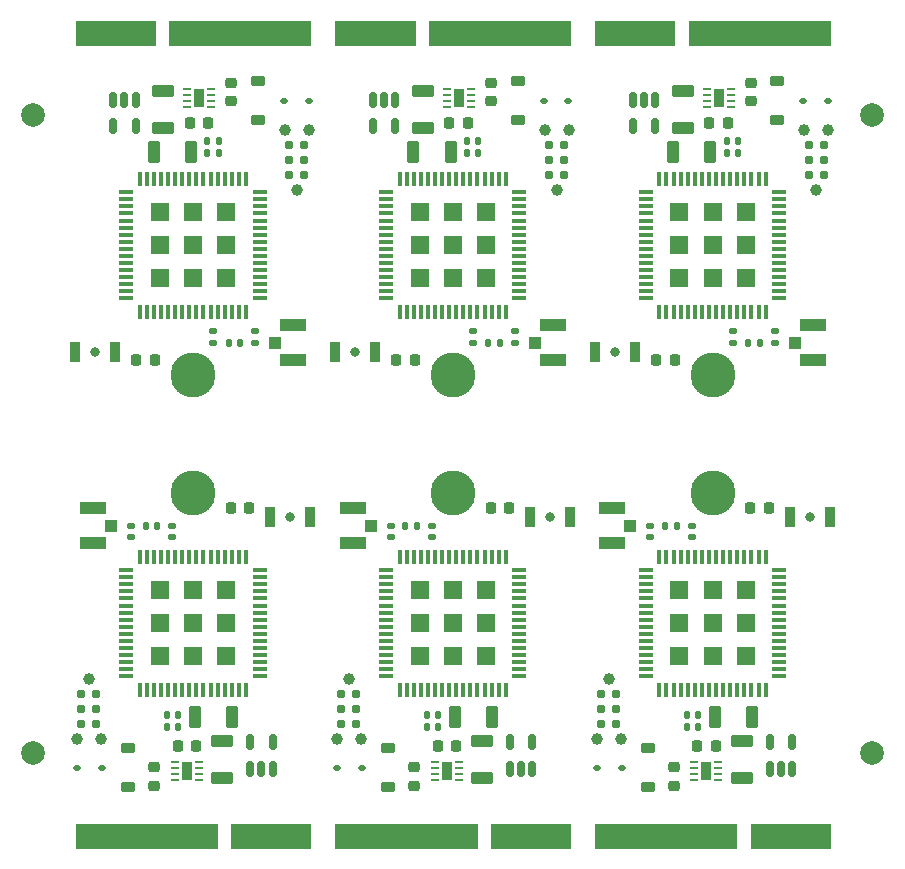
<source format=gbr>
%TF.GenerationSoftware,KiCad,Pcbnew,(7.0.0-rc2-153-g7d6218acb4)*%
%TF.CreationDate,2023-02-19T17:36:37+08:00*%
%TF.ProjectId,RAK3172-M.2-2230-Mod - panel,52414b33-3137-4322-9d4d-2e322d323233,rev?*%
%TF.SameCoordinates,Original*%
%TF.FileFunction,Soldermask,Top*%
%TF.FilePolarity,Negative*%
%FSLAX46Y46*%
G04 Gerber Fmt 4.6, Leading zero omitted, Abs format (unit mm)*
G04 Created by KiCad (PCBNEW (7.0.0-rc2-153-g7d6218acb4)) date 2023-02-19 17:36:37*
%MOMM*%
%LPD*%
G01*
G04 APERTURE LIST*
G04 Aperture macros list*
%AMRoundRect*
0 Rectangle with rounded corners*
0 $1 Rounding radius*
0 $2 $3 $4 $5 $6 $7 $8 $9 X,Y pos of 4 corners*
0 Add a 4 corners polygon primitive as box body*
4,1,4,$2,$3,$4,$5,$6,$7,$8,$9,$2,$3,0*
0 Add four circle primitives for the rounded corners*
1,1,$1+$1,$2,$3*
1,1,$1+$1,$4,$5*
1,1,$1+$1,$6,$7*
1,1,$1+$1,$8,$9*
0 Add four rect primitives between the rounded corners*
20,1,$1+$1,$2,$3,$4,$5,0*
20,1,$1+$1,$4,$5,$6,$7,0*
20,1,$1+$1,$6,$7,$8,$9,0*
20,1,$1+$1,$8,$9,$2,$3,0*%
G04 Aperture macros list end*
%ADD10C,0.100000*%
%ADD11RoundRect,0.218750X-0.218750X-0.256250X0.218750X-0.256250X0.218750X0.256250X-0.218750X0.256250X0*%
%ADD12RoundRect,0.225000X-0.250000X0.225000X-0.250000X-0.225000X0.250000X-0.225000X0.250000X0.225000X0*%
%ADD13RoundRect,0.150000X-0.150000X0.512500X-0.150000X-0.512500X0.150000X-0.512500X0.150000X0.512500X0*%
%ADD14RoundRect,0.112500X-0.187500X-0.112500X0.187500X-0.112500X0.187500X0.112500X-0.187500X0.112500X0*%
%ADD15RoundRect,0.140000X-0.140000X-0.170000X0.140000X-0.170000X0.140000X0.170000X-0.140000X0.170000X0*%
%ADD16R,1.600000X1.600000*%
%ADD17R,1.170000X0.370000*%
%ADD18R,0.370000X1.170000*%
%ADD19RoundRect,0.225000X-0.375000X0.225000X-0.375000X-0.225000X0.375000X-0.225000X0.375000X0.225000X0*%
%ADD20R,0.900000X1.700000*%
%ADD21C,0.800000*%
%ADD22RoundRect,0.250000X0.275000X0.700000X-0.275000X0.700000X-0.275000X-0.700000X0.275000X-0.700000X0*%
%ADD23RoundRect,0.225000X-0.225000X-0.250000X0.225000X-0.250000X0.225000X0.250000X-0.225000X0.250000X0*%
%ADD24C,0.787400*%
%ADD25C,0.990600*%
%ADD26RoundRect,0.140000X0.170000X-0.140000X0.170000X0.140000X-0.170000X0.140000X-0.170000X-0.140000X0*%
%ADD27C,3.800000*%
%ADD28C,2.600000*%
%ADD29RoundRect,0.147500X-0.147500X-0.172500X0.147500X-0.172500X0.147500X0.172500X-0.147500X0.172500X0*%
%ADD30R,0.900000X1.600000*%
%ADD31RoundRect,0.062500X0.300000X0.062500X-0.300000X0.062500X-0.300000X-0.062500X0.300000X-0.062500X0*%
%ADD32R,2.200000X1.050000*%
%ADD33R,1.050000X1.000000*%
%ADD34RoundRect,0.250000X-0.700000X0.275000X-0.700000X-0.275000X0.700000X-0.275000X0.700000X0.275000X0*%
%ADD35RoundRect,0.218750X0.218750X0.256250X-0.218750X0.256250X-0.218750X-0.256250X0.218750X-0.256250X0*%
%ADD36RoundRect,0.140000X0.140000X0.170000X-0.140000X0.170000X-0.140000X-0.170000X0.140000X-0.170000X0*%
%ADD37RoundRect,0.225000X0.250000X-0.225000X0.250000X0.225000X-0.250000X0.225000X-0.250000X-0.225000X0*%
%ADD38RoundRect,0.112500X0.187500X0.112500X-0.187500X0.112500X-0.187500X-0.112500X0.187500X-0.112500X0*%
%ADD39RoundRect,0.150000X0.150000X-0.512500X0.150000X0.512500X-0.150000X0.512500X-0.150000X-0.512500X0*%
%ADD40RoundRect,0.140000X-0.170000X0.140000X-0.170000X-0.140000X0.170000X-0.140000X0.170000X0.140000X0*%
%ADD41RoundRect,0.147500X0.147500X0.172500X-0.147500X0.172500X-0.147500X-0.172500X0.147500X-0.172500X0*%
%ADD42RoundRect,0.225000X0.375000X-0.225000X0.375000X0.225000X-0.375000X0.225000X-0.375000X-0.225000X0*%
%ADD43RoundRect,0.062500X-0.300000X-0.062500X0.300000X-0.062500X0.300000X0.062500X-0.300000X0.062500X0*%
%ADD44RoundRect,0.225000X0.225000X0.250000X-0.225000X0.250000X-0.225000X-0.250000X0.225000X-0.250000X0*%
%ADD45RoundRect,0.250000X-0.275000X-0.700000X0.275000X-0.700000X0.275000X0.700000X-0.275000X0.700000X0*%
%ADD46RoundRect,0.250000X0.700000X-0.275000X0.700000X0.275000X-0.700000X0.275000X-0.700000X-0.275000X0*%
%ADD47C,2.000000*%
G04 APERTURE END LIST*
%TO.C,J301*%
G36*
X189725000Y-42975000D02*
G01*
X183025000Y-42975000D01*
X183025000Y-40975000D01*
X189725000Y-40975000D01*
X189725000Y-42975000D01*
G37*
D10*
X189725000Y-42975000D02*
X183025000Y-42975000D01*
X183025000Y-40975000D01*
X189725000Y-40975000D01*
X189725000Y-42975000D01*
G36*
X202875000Y-42975000D02*
G01*
X190925000Y-42975000D01*
X190925000Y-40975000D01*
X202875000Y-40975000D01*
X202875000Y-42975000D01*
G37*
X202875000Y-42975000D02*
X190925000Y-42975000D01*
X190925000Y-40975000D01*
X202875000Y-40975000D01*
X202875000Y-42975000D01*
G36*
X202875000Y-110975000D02*
G01*
X196175000Y-110975000D01*
X196175000Y-108975000D01*
X202875000Y-108975000D01*
X202875000Y-110975000D01*
G37*
X202875000Y-110975000D02*
X196175000Y-110975000D01*
X196175000Y-108975000D01*
X202875000Y-108975000D01*
X202875000Y-110975000D01*
G36*
X194975000Y-110975000D02*
G01*
X183025000Y-110975000D01*
X183025000Y-108975000D01*
X194975000Y-108975000D01*
X194975000Y-110975000D01*
G37*
X194975000Y-110975000D02*
X183025000Y-110975000D01*
X183025000Y-108975000D01*
X194975000Y-108975000D01*
X194975000Y-110975000D01*
G36*
X158875000Y-42975000D02*
G01*
X146925000Y-42975000D01*
X146925000Y-40975000D01*
X158875000Y-40975000D01*
X158875000Y-42975000D01*
G37*
X158875000Y-42975000D02*
X146925000Y-42975000D01*
X146925000Y-40975000D01*
X158875000Y-40975000D01*
X158875000Y-42975000D01*
G36*
X145725000Y-42975000D02*
G01*
X139025000Y-42975000D01*
X139025000Y-40975000D01*
X145725000Y-40975000D01*
X145725000Y-42975000D01*
G37*
X145725000Y-42975000D02*
X139025000Y-42975000D01*
X139025000Y-40975000D01*
X145725000Y-40975000D01*
X145725000Y-42975000D01*
G36*
X167725000Y-42975000D02*
G01*
X161025000Y-42975000D01*
X161025000Y-40975000D01*
X167725000Y-40975000D01*
X167725000Y-42975000D01*
G37*
X167725000Y-42975000D02*
X161025000Y-42975000D01*
X161025000Y-40975000D01*
X167725000Y-40975000D01*
X167725000Y-42975000D01*
G36*
X180875000Y-42975000D02*
G01*
X168925000Y-42975000D01*
X168925000Y-40975000D01*
X180875000Y-40975000D01*
X180875000Y-42975000D01*
G37*
X180875000Y-42975000D02*
X168925000Y-42975000D01*
X168925000Y-40975000D01*
X180875000Y-40975000D01*
X180875000Y-42975000D01*
G36*
X180875000Y-110975000D02*
G01*
X174175000Y-110975000D01*
X174175000Y-108975000D01*
X180875000Y-108975000D01*
X180875000Y-110975000D01*
G37*
X180875000Y-110975000D02*
X174175000Y-110975000D01*
X174175000Y-108975000D01*
X180875000Y-108975000D01*
X180875000Y-110975000D01*
G36*
X172975000Y-110975000D02*
G01*
X161025000Y-110975000D01*
X161025000Y-108975000D01*
X172975000Y-108975000D01*
X172975000Y-110975000D01*
G37*
X172975000Y-110975000D02*
X161025000Y-110975000D01*
X161025000Y-108975000D01*
X172975000Y-108975000D01*
X172975000Y-110975000D01*
G36*
X150975000Y-110975000D02*
G01*
X139025000Y-110975000D01*
X139025000Y-108975000D01*
X150975000Y-108975000D01*
X150975000Y-110975000D01*
G37*
X150975000Y-110975000D02*
X139025000Y-110975000D01*
X139025000Y-108975000D01*
X150975000Y-108975000D01*
X150975000Y-110975000D01*
G36*
X158875000Y-110975000D02*
G01*
X152175000Y-110975000D01*
X152175000Y-108975000D01*
X158875000Y-108975000D01*
X158875000Y-110975000D01*
G37*
X158875000Y-110975000D02*
X152175000Y-110975000D01*
X152175000Y-108975000D01*
X158875000Y-108975000D01*
X158875000Y-110975000D01*
%TD*%
D11*
%TO.C,D201*%
X189737500Y-69725000D03*
X188162500Y-69725000D03*
%TD*%
D12*
%TO.C,C403*%
X196200000Y-47775000D03*
X196200000Y-46225000D03*
%TD*%
D13*
%TO.C,U302*%
X188100000Y-49912500D03*
X186200000Y-49912500D03*
X186200000Y-47637500D03*
X187150000Y-47637500D03*
X188100000Y-47637500D03*
%TD*%
D14*
%TO.C,D302*%
X202750000Y-47725000D03*
X200650000Y-47725000D03*
%TD*%
D15*
%TO.C,C216*%
X195130000Y-51175000D03*
X194170000Y-51175000D03*
%TD*%
D16*
%TO.C,U201*%
X190149999Y-62774999D03*
X190149999Y-59974999D03*
X190149999Y-57174999D03*
X192949999Y-62774999D03*
X192949999Y-59974999D03*
X192949999Y-57174999D03*
X195749999Y-62774999D03*
X195749999Y-59974999D03*
X195749999Y-57174999D03*
D17*
X198599999Y-55474999D03*
X198599999Y-56074999D03*
X198599999Y-56674999D03*
X198599999Y-57274999D03*
X198599999Y-57874999D03*
X198599999Y-58474999D03*
X198599999Y-59074999D03*
X198599999Y-59674999D03*
X198599999Y-60274999D03*
X198599999Y-60874999D03*
X198599999Y-61474999D03*
X198599999Y-62074999D03*
X198599999Y-62674999D03*
X198599999Y-63274999D03*
X198599999Y-63874999D03*
X198599999Y-64474999D03*
D18*
X197449999Y-65624999D03*
X196849999Y-65624999D03*
X196249999Y-65624999D03*
X195649999Y-65624999D03*
X195049999Y-65624999D03*
X194449999Y-65624999D03*
X193849999Y-65624999D03*
X193249999Y-65624999D03*
X192649999Y-65624999D03*
X192049999Y-65624999D03*
X191449999Y-65624999D03*
X190849999Y-65624999D03*
X190249999Y-65624999D03*
X189649999Y-65624999D03*
X189049999Y-65624999D03*
X188449999Y-65624999D03*
D17*
X187299999Y-64474999D03*
X187299999Y-63874999D03*
X187299999Y-63274999D03*
X187299999Y-62674999D03*
X187299999Y-62074999D03*
X187299999Y-61474999D03*
X187299999Y-60874999D03*
X187299999Y-60274999D03*
X187299999Y-59674999D03*
X187299999Y-59074999D03*
X187299999Y-58474999D03*
X187299999Y-57874999D03*
X187299999Y-57274999D03*
X187299999Y-56674999D03*
X187299999Y-56074999D03*
X187299999Y-55474999D03*
D18*
X188449999Y-54324999D03*
X189049999Y-54324999D03*
X189649999Y-54324999D03*
X190249999Y-54324999D03*
X190849999Y-54324999D03*
X191449999Y-54324999D03*
X192049999Y-54324999D03*
X192649999Y-54324999D03*
X193249999Y-54324999D03*
X193849999Y-54324999D03*
X194449999Y-54324999D03*
X195049999Y-54324999D03*
X195649999Y-54324999D03*
X196249999Y-54324999D03*
X196849999Y-54324999D03*
X197449999Y-54324999D03*
%TD*%
D19*
%TO.C,D301*%
X198450000Y-49375000D03*
X198450000Y-46075000D03*
%TD*%
D20*
%TO.C,SW201*%
X182999999Y-68974999D03*
X186399999Y-68974999D03*
D21*
X184700000Y-68975000D03*
%TD*%
D22*
%TO.C,L205*%
X189625000Y-52075000D03*
X192775000Y-52075000D03*
%TD*%
D23*
%TO.C,C402*%
X194225000Y-49575000D03*
X192675000Y-49575000D03*
%TD*%
D15*
%TO.C,C215*%
X195130000Y-52175000D03*
X194170000Y-52175000D03*
%TD*%
D24*
%TO.C,CN201*%
X201115000Y-51455000D03*
X202385000Y-51455000D03*
X201115000Y-52725000D03*
X202385000Y-52725000D03*
X201115000Y-53995000D03*
X202385000Y-53995000D03*
D25*
X202766000Y-50185000D03*
X200734000Y-50185000D03*
X201750000Y-55265000D03*
%TD*%
D26*
%TO.C,C213*%
X194700000Y-67265000D03*
X194700000Y-68225000D03*
%TD*%
D27*
%TO.C,H301*%
X192950000Y-70975000D03*
D28*
X192950000Y-70975000D03*
%TD*%
D29*
%TO.C,L204*%
X196950000Y-68225000D03*
X195980000Y-68225000D03*
%TD*%
D30*
%TO.C,U401*%
X193462499Y-47474999D03*
D31*
X192450000Y-48225000D03*
X192450000Y-47725000D03*
X192450000Y-47225000D03*
X192450000Y-46725000D03*
X194475000Y-46725000D03*
X194475000Y-47225000D03*
X194475000Y-47725000D03*
X194475000Y-48225000D03*
%TD*%
D32*
%TO.C,AN201*%
X201424999Y-69699999D03*
X201424999Y-66749999D03*
D33*
X199899999Y-68224999D03*
%TD*%
D26*
%TO.C,C214*%
X198200000Y-67265000D03*
X198200000Y-68225000D03*
%TD*%
D34*
%TO.C,L401*%
X190450000Y-50050000D03*
X190450000Y-46900000D03*
%TD*%
D35*
%TO.C,D201*%
X196162500Y-82225000D03*
X197737500Y-82225000D03*
%TD*%
D36*
%TO.C,C216*%
X190770000Y-100775000D03*
X191730000Y-100775000D03*
%TD*%
D37*
%TO.C,C403*%
X189700000Y-104175000D03*
X189700000Y-105725000D03*
%TD*%
D38*
%TO.C,D302*%
X183150000Y-104225000D03*
X185250000Y-104225000D03*
%TD*%
D39*
%TO.C,U302*%
X197800000Y-102037500D03*
X199700000Y-102037500D03*
X199700000Y-104312500D03*
X198750000Y-104312500D03*
X197800000Y-104312500D03*
%TD*%
D40*
%TO.C,C213*%
X191200000Y-84685000D03*
X191200000Y-83725000D03*
%TD*%
D41*
%TO.C,L204*%
X188950000Y-83725000D03*
X189920000Y-83725000D03*
%TD*%
D42*
%TO.C,D301*%
X187450000Y-102575000D03*
X187450000Y-105875000D03*
%TD*%
D27*
%TO.C,H301*%
X192950000Y-80975000D03*
D28*
X192950000Y-80975000D03*
%TD*%
D20*
%TO.C,SW201*%
X202899999Y-82974999D03*
X199499999Y-82974999D03*
D21*
X201200000Y-82975000D03*
%TD*%
D30*
%TO.C,U401*%
X192437499Y-104474999D03*
D43*
X193450000Y-103725000D03*
X193450000Y-104225000D03*
X193450000Y-104725000D03*
X193450000Y-105225000D03*
X191425000Y-105225000D03*
X191425000Y-104725000D03*
X191425000Y-104225000D03*
X191425000Y-103725000D03*
%TD*%
D16*
%TO.C,U201*%
X195749999Y-89174999D03*
X195749999Y-91974999D03*
X195749999Y-94774999D03*
X192949999Y-89174999D03*
X192949999Y-91974999D03*
X192949999Y-94774999D03*
X190149999Y-89174999D03*
X190149999Y-91974999D03*
X190149999Y-94774999D03*
D17*
X187299999Y-96474999D03*
X187299999Y-95874999D03*
X187299999Y-95274999D03*
X187299999Y-94674999D03*
X187299999Y-94074999D03*
X187299999Y-93474999D03*
X187299999Y-92874999D03*
X187299999Y-92274999D03*
X187299999Y-91674999D03*
X187299999Y-91074999D03*
X187299999Y-90474999D03*
X187299999Y-89874999D03*
X187299999Y-89274999D03*
X187299999Y-88674999D03*
X187299999Y-88074999D03*
X187299999Y-87474999D03*
D18*
X188449999Y-86324999D03*
X189049999Y-86324999D03*
X189649999Y-86324999D03*
X190249999Y-86324999D03*
X190849999Y-86324999D03*
X191449999Y-86324999D03*
X192049999Y-86324999D03*
X192649999Y-86324999D03*
X193249999Y-86324999D03*
X193849999Y-86324999D03*
X194449999Y-86324999D03*
X195049999Y-86324999D03*
X195649999Y-86324999D03*
X196249999Y-86324999D03*
X196849999Y-86324999D03*
X197449999Y-86324999D03*
D17*
X198599999Y-87474999D03*
X198599999Y-88074999D03*
X198599999Y-88674999D03*
X198599999Y-89274999D03*
X198599999Y-89874999D03*
X198599999Y-90474999D03*
X198599999Y-91074999D03*
X198599999Y-91674999D03*
X198599999Y-92274999D03*
X198599999Y-92874999D03*
X198599999Y-93474999D03*
X198599999Y-94074999D03*
X198599999Y-94674999D03*
X198599999Y-95274999D03*
X198599999Y-95874999D03*
X198599999Y-96474999D03*
D18*
X197449999Y-97624999D03*
X196849999Y-97624999D03*
X196249999Y-97624999D03*
X195649999Y-97624999D03*
X195049999Y-97624999D03*
X194449999Y-97624999D03*
X193849999Y-97624999D03*
X193249999Y-97624999D03*
X192649999Y-97624999D03*
X192049999Y-97624999D03*
X191449999Y-97624999D03*
X190849999Y-97624999D03*
X190249999Y-97624999D03*
X189649999Y-97624999D03*
X189049999Y-97624999D03*
X188449999Y-97624999D03*
%TD*%
D40*
%TO.C,C214*%
X187700000Y-84685000D03*
X187700000Y-83725000D03*
%TD*%
D32*
%TO.C,AN201*%
X184474999Y-82249999D03*
X184474999Y-85199999D03*
D33*
X185999999Y-83724999D03*
%TD*%
D44*
%TO.C,C402*%
X191675000Y-102375000D03*
X193225000Y-102375000D03*
%TD*%
D45*
%TO.C,L205*%
X196275000Y-99875000D03*
X193125000Y-99875000D03*
%TD*%
D24*
%TO.C,CN201*%
X184785000Y-100495000D03*
X183515000Y-100495000D03*
X184785000Y-99225000D03*
X183515000Y-99225000D03*
X184785000Y-97955000D03*
X183515000Y-97955000D03*
D25*
X183134000Y-101765000D03*
X185166000Y-101765000D03*
X184150000Y-96685000D03*
%TD*%
D46*
%TO.C,L401*%
X195450000Y-101900000D03*
X195450000Y-105050000D03*
%TD*%
D36*
%TO.C,C215*%
X190770000Y-99775000D03*
X191730000Y-99775000D03*
%TD*%
D47*
%TO.C,REF\u002A\u002A*%
X135450000Y-48975000D03*
%TD*%
%TO.C,REF\u002A\u002A*%
X135450000Y-102975000D03*
%TD*%
%TO.C,REF\u002A\u002A*%
X206450000Y-102975000D03*
%TD*%
%TO.C,REF\u002A\u002A*%
X206450000Y-48975000D03*
%TD*%
D11*
%TO.C,D201*%
X144162500Y-69725000D03*
X145737500Y-69725000D03*
%TD*%
D12*
%TO.C,C403*%
X152200000Y-46225000D03*
X152200000Y-47775000D03*
%TD*%
D13*
%TO.C,U302*%
X144100000Y-47637500D03*
X143150000Y-47637500D03*
X142200000Y-47637500D03*
X142200000Y-49912500D03*
X144100000Y-49912500D03*
%TD*%
D14*
%TO.C,D302*%
X156650000Y-47725000D03*
X158750000Y-47725000D03*
%TD*%
D15*
%TO.C,C216*%
X150170000Y-51175000D03*
X151130000Y-51175000D03*
%TD*%
D18*
%TO.C,U201*%
X153449999Y-54324999D03*
X152849999Y-54324999D03*
X152249999Y-54324999D03*
X151649999Y-54324999D03*
X151049999Y-54324999D03*
X150449999Y-54324999D03*
X149849999Y-54324999D03*
X149249999Y-54324999D03*
X148649999Y-54324999D03*
X148049999Y-54324999D03*
X147449999Y-54324999D03*
X146849999Y-54324999D03*
X146249999Y-54324999D03*
X145649999Y-54324999D03*
X145049999Y-54324999D03*
X144449999Y-54324999D03*
D17*
X143299999Y-55474999D03*
X143299999Y-56074999D03*
X143299999Y-56674999D03*
X143299999Y-57274999D03*
X143299999Y-57874999D03*
X143299999Y-58474999D03*
X143299999Y-59074999D03*
X143299999Y-59674999D03*
X143299999Y-60274999D03*
X143299999Y-60874999D03*
X143299999Y-61474999D03*
X143299999Y-62074999D03*
X143299999Y-62674999D03*
X143299999Y-63274999D03*
X143299999Y-63874999D03*
X143299999Y-64474999D03*
D18*
X144449999Y-65624999D03*
X145049999Y-65624999D03*
X145649999Y-65624999D03*
X146249999Y-65624999D03*
X146849999Y-65624999D03*
X147449999Y-65624999D03*
X148049999Y-65624999D03*
X148649999Y-65624999D03*
X149249999Y-65624999D03*
X149849999Y-65624999D03*
X150449999Y-65624999D03*
X151049999Y-65624999D03*
X151649999Y-65624999D03*
X152249999Y-65624999D03*
X152849999Y-65624999D03*
X153449999Y-65624999D03*
D17*
X154599999Y-64474999D03*
X154599999Y-63874999D03*
X154599999Y-63274999D03*
X154599999Y-62674999D03*
X154599999Y-62074999D03*
X154599999Y-61474999D03*
X154599999Y-60874999D03*
X154599999Y-60274999D03*
X154599999Y-59674999D03*
X154599999Y-59074999D03*
X154599999Y-58474999D03*
X154599999Y-57874999D03*
X154599999Y-57274999D03*
X154599999Y-56674999D03*
X154599999Y-56074999D03*
X154599999Y-55474999D03*
D16*
X151749999Y-57174999D03*
X151749999Y-59974999D03*
X151749999Y-62774999D03*
X148949999Y-57174999D03*
X148949999Y-59974999D03*
X148949999Y-62774999D03*
X146149999Y-57174999D03*
X146149999Y-59974999D03*
X146149999Y-62774999D03*
%TD*%
D19*
%TO.C,D301*%
X154450000Y-46075000D03*
X154450000Y-49375000D03*
%TD*%
D21*
%TO.C,SW201*%
X140700000Y-68975000D03*
D20*
X142399999Y-68974999D03*
X138999999Y-68974999D03*
%TD*%
D22*
%TO.C,L205*%
X148775000Y-52075000D03*
X145625000Y-52075000D03*
%TD*%
D23*
%TO.C,C402*%
X148675000Y-49575000D03*
X150225000Y-49575000D03*
%TD*%
D15*
%TO.C,C215*%
X150170000Y-52175000D03*
X151130000Y-52175000D03*
%TD*%
D25*
%TO.C,CN201*%
X157750000Y-55265000D03*
X156734000Y-50185000D03*
X158766000Y-50185000D03*
D24*
X158385000Y-53995000D03*
X157115000Y-53995000D03*
X158385000Y-52725000D03*
X157115000Y-52725000D03*
X158385000Y-51455000D03*
X157115000Y-51455000D03*
%TD*%
D26*
%TO.C,C213*%
X150700000Y-68225000D03*
X150700000Y-67265000D03*
%TD*%
D28*
%TO.C,H301*%
X148950000Y-70975000D03*
D27*
X148950000Y-70975000D03*
%TD*%
D29*
%TO.C,L204*%
X151980000Y-68225000D03*
X152950000Y-68225000D03*
%TD*%
D31*
%TO.C,U401*%
X150475000Y-48225000D03*
X150475000Y-47725000D03*
X150475000Y-47225000D03*
X150475000Y-46725000D03*
X148450000Y-46725000D03*
X148450000Y-47225000D03*
X148450000Y-47725000D03*
X148450000Y-48225000D03*
D30*
X149462499Y-47474999D03*
%TD*%
D33*
%TO.C,AN201*%
X155899999Y-68224999D03*
D32*
X157424999Y-66749999D03*
X157424999Y-69699999D03*
%TD*%
D26*
%TO.C,C214*%
X154200000Y-68225000D03*
X154200000Y-67265000D03*
%TD*%
D34*
%TO.C,L401*%
X146450000Y-46900000D03*
X146450000Y-50050000D03*
%TD*%
D15*
%TO.C,C216*%
X173130000Y-51175000D03*
X172170000Y-51175000D03*
%TD*%
D11*
%TO.C,D201*%
X167737500Y-69725000D03*
X166162500Y-69725000D03*
%TD*%
D14*
%TO.C,D302*%
X180750000Y-47725000D03*
X178650000Y-47725000D03*
%TD*%
D12*
%TO.C,C403*%
X174200000Y-47775000D03*
X174200000Y-46225000D03*
%TD*%
D13*
%TO.C,U302*%
X166100000Y-49912500D03*
X164200000Y-49912500D03*
X164200000Y-47637500D03*
X165150000Y-47637500D03*
X166100000Y-47637500D03*
%TD*%
D29*
%TO.C,L204*%
X174950000Y-68225000D03*
X173980000Y-68225000D03*
%TD*%
D32*
%TO.C,AN201*%
X179424999Y-69699999D03*
X179424999Y-66749999D03*
D33*
X177899999Y-68224999D03*
%TD*%
D16*
%TO.C,U201*%
X168149999Y-62774999D03*
X168149999Y-59974999D03*
X168149999Y-57174999D03*
X170949999Y-62774999D03*
X170949999Y-59974999D03*
X170949999Y-57174999D03*
X173749999Y-62774999D03*
X173749999Y-59974999D03*
X173749999Y-57174999D03*
D17*
X176599999Y-55474999D03*
X176599999Y-56074999D03*
X176599999Y-56674999D03*
X176599999Y-57274999D03*
X176599999Y-57874999D03*
X176599999Y-58474999D03*
X176599999Y-59074999D03*
X176599999Y-59674999D03*
X176599999Y-60274999D03*
X176599999Y-60874999D03*
X176599999Y-61474999D03*
X176599999Y-62074999D03*
X176599999Y-62674999D03*
X176599999Y-63274999D03*
X176599999Y-63874999D03*
X176599999Y-64474999D03*
D18*
X175449999Y-65624999D03*
X174849999Y-65624999D03*
X174249999Y-65624999D03*
X173649999Y-65624999D03*
X173049999Y-65624999D03*
X172449999Y-65624999D03*
X171849999Y-65624999D03*
X171249999Y-65624999D03*
X170649999Y-65624999D03*
X170049999Y-65624999D03*
X169449999Y-65624999D03*
X168849999Y-65624999D03*
X168249999Y-65624999D03*
X167649999Y-65624999D03*
X167049999Y-65624999D03*
X166449999Y-65624999D03*
D17*
X165299999Y-64474999D03*
X165299999Y-63874999D03*
X165299999Y-63274999D03*
X165299999Y-62674999D03*
X165299999Y-62074999D03*
X165299999Y-61474999D03*
X165299999Y-60874999D03*
X165299999Y-60274999D03*
X165299999Y-59674999D03*
X165299999Y-59074999D03*
X165299999Y-58474999D03*
X165299999Y-57874999D03*
X165299999Y-57274999D03*
X165299999Y-56674999D03*
X165299999Y-56074999D03*
X165299999Y-55474999D03*
D18*
X166449999Y-54324999D03*
X167049999Y-54324999D03*
X167649999Y-54324999D03*
X168249999Y-54324999D03*
X168849999Y-54324999D03*
X169449999Y-54324999D03*
X170049999Y-54324999D03*
X170649999Y-54324999D03*
X171249999Y-54324999D03*
X171849999Y-54324999D03*
X172449999Y-54324999D03*
X173049999Y-54324999D03*
X173649999Y-54324999D03*
X174249999Y-54324999D03*
X174849999Y-54324999D03*
X175449999Y-54324999D03*
%TD*%
D19*
%TO.C,D301*%
X176450000Y-49375000D03*
X176450000Y-46075000D03*
%TD*%
D30*
%TO.C,U401*%
X171462499Y-47474999D03*
D31*
X170450000Y-48225000D03*
X170450000Y-47725000D03*
X170450000Y-47225000D03*
X170450000Y-46725000D03*
X172475000Y-46725000D03*
X172475000Y-47225000D03*
X172475000Y-47725000D03*
X172475000Y-48225000D03*
%TD*%
D34*
%TO.C,L401*%
X168450000Y-50050000D03*
X168450000Y-46900000D03*
%TD*%
D26*
%TO.C,C214*%
X176200000Y-67265000D03*
X176200000Y-68225000D03*
%TD*%
D22*
%TO.C,L205*%
X167625000Y-52075000D03*
X170775000Y-52075000D03*
%TD*%
D23*
%TO.C,C402*%
X172225000Y-49575000D03*
X170675000Y-49575000D03*
%TD*%
D27*
%TO.C,H301*%
X170950000Y-70975000D03*
D28*
X170950000Y-70975000D03*
%TD*%
D20*
%TO.C,SW201*%
X160999999Y-68974999D03*
X164399999Y-68974999D03*
D21*
X162700000Y-68975000D03*
%TD*%
D24*
%TO.C,CN201*%
X179115000Y-51455000D03*
X180385000Y-51455000D03*
X179115000Y-52725000D03*
X180385000Y-52725000D03*
X179115000Y-53995000D03*
X180385000Y-53995000D03*
D25*
X180766000Y-50185000D03*
X178734000Y-50185000D03*
X179750000Y-55265000D03*
%TD*%
D26*
%TO.C,C213*%
X172700000Y-67265000D03*
X172700000Y-68225000D03*
%TD*%
D15*
%TO.C,C215*%
X173130000Y-52175000D03*
X172170000Y-52175000D03*
%TD*%
D35*
%TO.C,D201*%
X174162500Y-82225000D03*
X175737500Y-82225000D03*
%TD*%
D36*
%TO.C,C216*%
X168770000Y-100775000D03*
X169730000Y-100775000D03*
%TD*%
D37*
%TO.C,C403*%
X167700000Y-104175000D03*
X167700000Y-105725000D03*
%TD*%
D38*
%TO.C,D302*%
X161150000Y-104225000D03*
X163250000Y-104225000D03*
%TD*%
D39*
%TO.C,U302*%
X175800000Y-102037500D03*
X177700000Y-102037500D03*
X177700000Y-104312500D03*
X176750000Y-104312500D03*
X175800000Y-104312500D03*
%TD*%
D32*
%TO.C,AN201*%
X162474999Y-82249999D03*
X162474999Y-85199999D03*
D33*
X163999999Y-83724999D03*
%TD*%
D42*
%TO.C,D301*%
X165450000Y-102575000D03*
X165450000Y-105875000D03*
%TD*%
D27*
%TO.C,H301*%
X170950000Y-80975000D03*
D28*
X170950000Y-80975000D03*
%TD*%
D20*
%TO.C,SW201*%
X180899999Y-82974999D03*
X177499999Y-82974999D03*
D21*
X179200000Y-82975000D03*
%TD*%
D40*
%TO.C,C214*%
X165700000Y-84685000D03*
X165700000Y-83725000D03*
%TD*%
%TO.C,C213*%
X169200000Y-84685000D03*
X169200000Y-83725000D03*
%TD*%
D16*
%TO.C,U201*%
X173749999Y-89174999D03*
X173749999Y-91974999D03*
X173749999Y-94774999D03*
X170949999Y-89174999D03*
X170949999Y-91974999D03*
X170949999Y-94774999D03*
X168149999Y-89174999D03*
X168149999Y-91974999D03*
X168149999Y-94774999D03*
D17*
X165299999Y-96474999D03*
X165299999Y-95874999D03*
X165299999Y-95274999D03*
X165299999Y-94674999D03*
X165299999Y-94074999D03*
X165299999Y-93474999D03*
X165299999Y-92874999D03*
X165299999Y-92274999D03*
X165299999Y-91674999D03*
X165299999Y-91074999D03*
X165299999Y-90474999D03*
X165299999Y-89874999D03*
X165299999Y-89274999D03*
X165299999Y-88674999D03*
X165299999Y-88074999D03*
X165299999Y-87474999D03*
D18*
X166449999Y-86324999D03*
X167049999Y-86324999D03*
X167649999Y-86324999D03*
X168249999Y-86324999D03*
X168849999Y-86324999D03*
X169449999Y-86324999D03*
X170049999Y-86324999D03*
X170649999Y-86324999D03*
X171249999Y-86324999D03*
X171849999Y-86324999D03*
X172449999Y-86324999D03*
X173049999Y-86324999D03*
X173649999Y-86324999D03*
X174249999Y-86324999D03*
X174849999Y-86324999D03*
X175449999Y-86324999D03*
D17*
X176599999Y-87474999D03*
X176599999Y-88074999D03*
X176599999Y-88674999D03*
X176599999Y-89274999D03*
X176599999Y-89874999D03*
X176599999Y-90474999D03*
X176599999Y-91074999D03*
X176599999Y-91674999D03*
X176599999Y-92274999D03*
X176599999Y-92874999D03*
X176599999Y-93474999D03*
X176599999Y-94074999D03*
X176599999Y-94674999D03*
X176599999Y-95274999D03*
X176599999Y-95874999D03*
X176599999Y-96474999D03*
D18*
X175449999Y-97624999D03*
X174849999Y-97624999D03*
X174249999Y-97624999D03*
X173649999Y-97624999D03*
X173049999Y-97624999D03*
X172449999Y-97624999D03*
X171849999Y-97624999D03*
X171249999Y-97624999D03*
X170649999Y-97624999D03*
X170049999Y-97624999D03*
X169449999Y-97624999D03*
X168849999Y-97624999D03*
X168249999Y-97624999D03*
X167649999Y-97624999D03*
X167049999Y-97624999D03*
X166449999Y-97624999D03*
%TD*%
D30*
%TO.C,U401*%
X170437499Y-104474999D03*
D43*
X171450000Y-103725000D03*
X171450000Y-104225000D03*
X171450000Y-104725000D03*
X171450000Y-105225000D03*
X169425000Y-105225000D03*
X169425000Y-104725000D03*
X169425000Y-104225000D03*
X169425000Y-103725000D03*
%TD*%
D41*
%TO.C,L204*%
X166950000Y-83725000D03*
X167920000Y-83725000D03*
%TD*%
D46*
%TO.C,L401*%
X173450000Y-101900000D03*
X173450000Y-105050000D03*
%TD*%
D36*
%TO.C,C215*%
X168770000Y-99775000D03*
X169730000Y-99775000D03*
%TD*%
D45*
%TO.C,L205*%
X174275000Y-99875000D03*
X171125000Y-99875000D03*
%TD*%
D24*
%TO.C,CN201*%
X162785000Y-100495000D03*
X161515000Y-100495000D03*
X162785000Y-99225000D03*
X161515000Y-99225000D03*
X162785000Y-97955000D03*
X161515000Y-97955000D03*
D25*
X161134000Y-101765000D03*
X163166000Y-101765000D03*
X162150000Y-96685000D03*
%TD*%
D44*
%TO.C,C402*%
X169675000Y-102375000D03*
X171225000Y-102375000D03*
%TD*%
D40*
%TO.C,C213*%
X147200000Y-83725000D03*
X147200000Y-84685000D03*
%TD*%
D46*
%TO.C,L401*%
X151450000Y-105050000D03*
X151450000Y-101900000D03*
%TD*%
D43*
%TO.C,U401*%
X147425000Y-103725000D03*
X147425000Y-104225000D03*
X147425000Y-104725000D03*
X147425000Y-105225000D03*
X149450000Y-105225000D03*
X149450000Y-104725000D03*
X149450000Y-104225000D03*
X149450000Y-103725000D03*
D30*
X148437499Y-104474999D03*
%TD*%
D45*
%TO.C,L205*%
X149125000Y-99875000D03*
X152275000Y-99875000D03*
%TD*%
D36*
%TO.C,C215*%
X147730000Y-99775000D03*
X146770000Y-99775000D03*
%TD*%
D40*
%TO.C,C214*%
X143700000Y-83725000D03*
X143700000Y-84685000D03*
%TD*%
D44*
%TO.C,C402*%
X149225000Y-102375000D03*
X147675000Y-102375000D03*
%TD*%
D18*
%TO.C,U201*%
X144449999Y-97624999D03*
X145049999Y-97624999D03*
X145649999Y-97624999D03*
X146249999Y-97624999D03*
X146849999Y-97624999D03*
X147449999Y-97624999D03*
X148049999Y-97624999D03*
X148649999Y-97624999D03*
X149249999Y-97624999D03*
X149849999Y-97624999D03*
X150449999Y-97624999D03*
X151049999Y-97624999D03*
X151649999Y-97624999D03*
X152249999Y-97624999D03*
X152849999Y-97624999D03*
X153449999Y-97624999D03*
D17*
X154599999Y-96474999D03*
X154599999Y-95874999D03*
X154599999Y-95274999D03*
X154599999Y-94674999D03*
X154599999Y-94074999D03*
X154599999Y-93474999D03*
X154599999Y-92874999D03*
X154599999Y-92274999D03*
X154599999Y-91674999D03*
X154599999Y-91074999D03*
X154599999Y-90474999D03*
X154599999Y-89874999D03*
X154599999Y-89274999D03*
X154599999Y-88674999D03*
X154599999Y-88074999D03*
X154599999Y-87474999D03*
D18*
X153449999Y-86324999D03*
X152849999Y-86324999D03*
X152249999Y-86324999D03*
X151649999Y-86324999D03*
X151049999Y-86324999D03*
X150449999Y-86324999D03*
X149849999Y-86324999D03*
X149249999Y-86324999D03*
X148649999Y-86324999D03*
X148049999Y-86324999D03*
X147449999Y-86324999D03*
X146849999Y-86324999D03*
X146249999Y-86324999D03*
X145649999Y-86324999D03*
X145049999Y-86324999D03*
X144449999Y-86324999D03*
D17*
X143299999Y-87474999D03*
X143299999Y-88074999D03*
X143299999Y-88674999D03*
X143299999Y-89274999D03*
X143299999Y-89874999D03*
X143299999Y-90474999D03*
X143299999Y-91074999D03*
X143299999Y-91674999D03*
X143299999Y-92274999D03*
X143299999Y-92874999D03*
X143299999Y-93474999D03*
X143299999Y-94074999D03*
X143299999Y-94674999D03*
X143299999Y-95274999D03*
X143299999Y-95874999D03*
X143299999Y-96474999D03*
D16*
X146149999Y-94774999D03*
X146149999Y-91974999D03*
X146149999Y-89174999D03*
X148949999Y-94774999D03*
X148949999Y-91974999D03*
X148949999Y-89174999D03*
X151749999Y-94774999D03*
X151749999Y-91974999D03*
X151749999Y-89174999D03*
%TD*%
D25*
%TO.C,CN201*%
X140150000Y-96685000D03*
X141166000Y-101765000D03*
X139134000Y-101765000D03*
D24*
X139515000Y-97955000D03*
X140785000Y-97955000D03*
X139515000Y-99225000D03*
X140785000Y-99225000D03*
X139515000Y-100495000D03*
X140785000Y-100495000D03*
%TD*%
D41*
%TO.C,L204*%
X145920000Y-83725000D03*
X144950000Y-83725000D03*
%TD*%
D35*
%TO.C,D201*%
X153737500Y-82225000D03*
X152162500Y-82225000D03*
%TD*%
D33*
%TO.C,AN201*%
X141999999Y-83724999D03*
D32*
X140474999Y-85199999D03*
X140474999Y-82249999D03*
%TD*%
D28*
%TO.C,H301*%
X148950000Y-80975000D03*
D27*
X148950000Y-80975000D03*
%TD*%
D37*
%TO.C,C403*%
X145700000Y-105725000D03*
X145700000Y-104175000D03*
%TD*%
D38*
%TO.C,D302*%
X141250000Y-104225000D03*
X139150000Y-104225000D03*
%TD*%
D36*
%TO.C,C216*%
X147730000Y-100775000D03*
X146770000Y-100775000D03*
%TD*%
D42*
%TO.C,D301*%
X143450000Y-105875000D03*
X143450000Y-102575000D03*
%TD*%
D39*
%TO.C,U302*%
X153800000Y-104312500D03*
X154750000Y-104312500D03*
X155700000Y-104312500D03*
X155700000Y-102037500D03*
X153800000Y-102037500D03*
%TD*%
D21*
%TO.C,SW201*%
X157200000Y-82975000D03*
D20*
X155499999Y-82974999D03*
X158899999Y-82974999D03*
%TD*%
M02*

</source>
